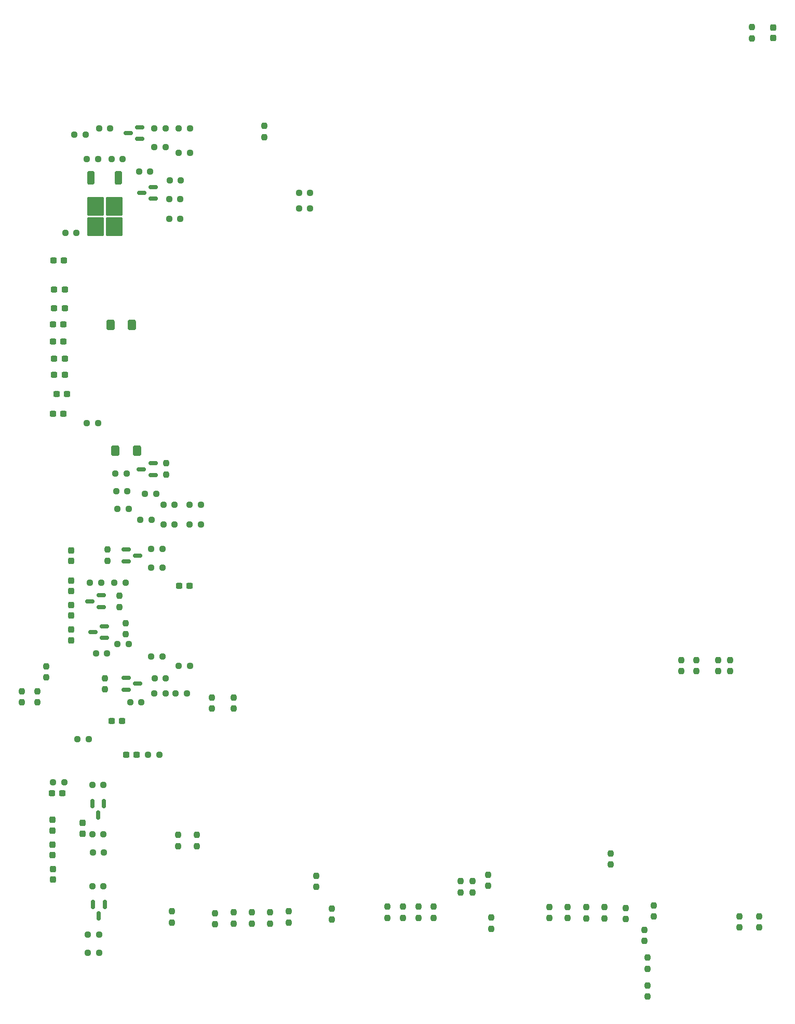
<source format=gbr>
%TF.GenerationSoftware,KiCad,Pcbnew,7.0.1*%
%TF.CreationDate,2023-08-28T22:07:01-05:00*%
%TF.ProjectId,Control v1,436f6e74-726f-46c2-9076-312e6b696361,0.1*%
%TF.SameCoordinates,Original*%
%TF.FileFunction,Paste,Top*%
%TF.FilePolarity,Positive*%
%FSLAX46Y46*%
G04 Gerber Fmt 4.6, Leading zero omitted, Abs format (unit mm)*
G04 Created by KiCad (PCBNEW 7.0.1) date 2023-08-28 22:07:01*
%MOMM*%
%LPD*%
G01*
G04 APERTURE LIST*
G04 Aperture macros list*
%AMRoundRect*
0 Rectangle with rounded corners*
0 $1 Rounding radius*
0 $2 $3 $4 $5 $6 $7 $8 $9 X,Y pos of 4 corners*
0 Add a 4 corners polygon primitive as box body*
4,1,4,$2,$3,$4,$5,$6,$7,$8,$9,$2,$3,0*
0 Add four circle primitives for the rounded corners*
1,1,$1+$1,$2,$3*
1,1,$1+$1,$4,$5*
1,1,$1+$1,$6,$7*
1,1,$1+$1,$8,$9*
0 Add four rect primitives between the rounded corners*
20,1,$1+$1,$2,$3,$4,$5,0*
20,1,$1+$1,$4,$5,$6,$7,0*
20,1,$1+$1,$6,$7,$8,$9,0*
20,1,$1+$1,$8,$9,$2,$3,0*%
G04 Aperture macros list end*
%ADD10RoundRect,0.237500X-0.237500X0.250000X-0.237500X-0.250000X0.237500X-0.250000X0.237500X0.250000X0*%
%ADD11RoundRect,0.237500X0.237500X-0.250000X0.237500X0.250000X-0.237500X0.250000X-0.237500X-0.250000X0*%
%ADD12RoundRect,0.237500X0.300000X0.237500X-0.300000X0.237500X-0.300000X-0.237500X0.300000X-0.237500X0*%
%ADD13RoundRect,0.237500X-0.250000X-0.237500X0.250000X-0.237500X0.250000X0.237500X-0.250000X0.237500X0*%
%ADD14RoundRect,0.237500X0.250000X0.237500X-0.250000X0.237500X-0.250000X-0.237500X0.250000X-0.237500X0*%
%ADD15RoundRect,0.150000X0.587500X0.150000X-0.587500X0.150000X-0.587500X-0.150000X0.587500X-0.150000X0*%
%ADD16RoundRect,0.237500X-0.300000X-0.237500X0.300000X-0.237500X0.300000X0.237500X-0.300000X0.237500X0*%
%ADD17RoundRect,0.237500X0.237500X-0.300000X0.237500X0.300000X-0.237500X0.300000X-0.237500X-0.300000X0*%
%ADD18RoundRect,0.237500X-0.237500X0.300000X-0.237500X-0.300000X0.237500X-0.300000X0.237500X0.300000X0*%
%ADD19RoundRect,0.250000X-0.400000X-0.600000X0.400000X-0.600000X0.400000X0.600000X-0.400000X0.600000X0*%
%ADD20RoundRect,0.150000X-0.587500X-0.150000X0.587500X-0.150000X0.587500X0.150000X-0.587500X0.150000X0*%
%ADD21RoundRect,0.250000X-0.350000X0.850000X-0.350000X-0.850000X0.350000X-0.850000X0.350000X0.850000X0*%
%ADD22RoundRect,0.250000X-1.125000X1.275000X-1.125000X-1.275000X1.125000X-1.275000X1.125000X1.275000X0*%
%ADD23RoundRect,0.150000X-0.150000X0.587500X-0.150000X-0.587500X0.150000X-0.587500X0.150000X0.587500X0*%
G04 APERTURE END LIST*
D10*
%TO.C,R29*%
X89470000Y-188298020D03*
X89470000Y-190123020D03*
%TD*%
D11*
%TO.C,R78*%
X89000000Y-155000000D03*
X89000000Y-153175000D03*
%TD*%
D12*
%TO.C,C3*%
X65000000Y-86750000D03*
X63275000Y-86750000D03*
%TD*%
D13*
%TO.C,R71*%
X68787500Y-194812500D03*
X70612500Y-194812500D03*
%TD*%
D11*
%TO.C,R65*%
X73937500Y-138462500D03*
X73937500Y-136637500D03*
%TD*%
D14*
%TO.C,R35*%
X75412500Y-122500000D03*
X73587500Y-122500000D03*
%TD*%
%TO.C,R48*%
X72412500Y-60500000D03*
X70587500Y-60500000D03*
%TD*%
D15*
%TO.C,Q7*%
X71467500Y-143500000D03*
X71467500Y-141600000D03*
X69592500Y-142550000D03*
%TD*%
D10*
%TO.C,R22*%
X144000000Y-187287500D03*
X144000000Y-189112500D03*
%TD*%
D16*
%TO.C,C4*%
X63137500Y-82000000D03*
X64862500Y-82000000D03*
%TD*%
D11*
%TO.C,R83*%
X101500000Y-189862500D03*
X101500000Y-188037500D03*
%TD*%
%TO.C,R64*%
X74900000Y-142910000D03*
X74900000Y-141085000D03*
%TD*%
%TO.C,R82*%
X161000000Y-188862500D03*
X161000000Y-187037500D03*
%TD*%
D10*
%TO.C,R24*%
X120140000Y-187262500D03*
X120140000Y-189087500D03*
%TD*%
%TO.C,R87*%
X82500000Y-188037500D03*
X82500000Y-189862500D03*
%TD*%
D14*
%TO.C,R50*%
X80912500Y-146500000D03*
X79087500Y-146500000D03*
%TD*%
D13*
%TO.C,R44*%
X72612500Y-65500000D03*
X74437500Y-65500000D03*
%TD*%
D10*
%TO.C,R26*%
X98500000Y-188210520D03*
X98500000Y-190035520D03*
%TD*%
D14*
%TO.C,R57*%
X75412500Y-144500000D03*
X73587500Y-144500000D03*
%TD*%
D10*
%TO.C,R73*%
X60510000Y-152175000D03*
X60510000Y-154000000D03*
%TD*%
%TO.C,R1*%
X106000000Y-182237500D03*
X106000000Y-184062500D03*
%TD*%
D13*
%TO.C,R72*%
X69587500Y-178456250D03*
X71412500Y-178456250D03*
%TD*%
D10*
%TO.C,R7*%
X134000000Y-182037500D03*
X134000000Y-183862500D03*
%TD*%
%TO.C,R86*%
X108500000Y-187537500D03*
X108500000Y-189362500D03*
%TD*%
%TO.C,R16*%
X168000000Y-147087500D03*
X168000000Y-148912500D03*
%TD*%
D14*
%TO.C,R42*%
X82912500Y-125000000D03*
X81087500Y-125000000D03*
%TD*%
D15*
%TO.C,Q8*%
X70937500Y-138450000D03*
X70937500Y-136550000D03*
X69062500Y-137500000D03*
%TD*%
D13*
%TO.C,R43*%
X85337500Y-125000000D03*
X87162500Y-125000000D03*
%TD*%
%TO.C,R52*%
X70087500Y-146000000D03*
X71912500Y-146000000D03*
%TD*%
D10*
%TO.C,R3*%
X129500000Y-183087500D03*
X129500000Y-184912500D03*
%TD*%
D13*
%TO.C,R10*%
X82000000Y-75250000D03*
X83825000Y-75250000D03*
%TD*%
D17*
%TO.C,C19*%
X67868750Y-175362500D03*
X67868750Y-173637500D03*
%TD*%
D14*
%TO.C,R66*%
X80412500Y-162500000D03*
X78587500Y-162500000D03*
%TD*%
D18*
%TO.C,C12*%
X66000000Y-142137500D03*
X66000000Y-143862500D03*
%TD*%
D12*
%TO.C,C10*%
X65000000Y-100600000D03*
X63275000Y-100600000D03*
%TD*%
D19*
%TO.C,D2*%
X72440000Y-92500000D03*
X75940000Y-92500000D03*
%TD*%
D14*
%TO.C,R63*%
X84912500Y-152500000D03*
X83087500Y-152500000D03*
%TD*%
D10*
%TO.C,R74*%
X58000000Y-152175000D03*
X58000000Y-154000000D03*
%TD*%
D20*
%TO.C,Q6*%
X75000000Y-150000000D03*
X75000000Y-151900000D03*
X76875000Y-150950000D03*
%TD*%
D10*
%TO.C,R28*%
X92500000Y-188210520D03*
X92500000Y-190035520D03*
%TD*%
D13*
%TO.C,R70*%
X69500000Y-175456250D03*
X71325000Y-175456250D03*
%TD*%
D21*
%TO.C,Q2*%
X73780000Y-68525000D03*
D22*
X73025000Y-73150000D03*
X69975000Y-73150000D03*
X73025000Y-76500000D03*
X69975000Y-76500000D03*
D21*
X69220000Y-68525000D03*
%TD*%
D13*
%TO.C,R88*%
X66587500Y-61500000D03*
X68412500Y-61500000D03*
%TD*%
D15*
%TO.C,Q4*%
X77187500Y-62200000D03*
X77187500Y-60300000D03*
X75312500Y-61250000D03*
%TD*%
D13*
%TO.C,R12*%
X78087500Y-120000000D03*
X79912500Y-120000000D03*
%TD*%
%TO.C,R33*%
X68587500Y-108500000D03*
X70412500Y-108500000D03*
%TD*%
D12*
%TO.C,C5*%
X65000000Y-89800000D03*
X63275000Y-89800000D03*
%TD*%
D17*
%TO.C,C13*%
X66000000Y-139862500D03*
X66000000Y-138137500D03*
%TD*%
D18*
%TO.C,C22*%
X180500000Y-44050000D03*
X180500000Y-45775000D03*
%TD*%
D11*
%TO.C,R79*%
X175000000Y-190662500D03*
X175000000Y-188837500D03*
%TD*%
D14*
%TO.C,R59*%
X85412500Y-148000000D03*
X83587500Y-148000000D03*
%TD*%
D11*
%TO.C,R13*%
X165500000Y-148912500D03*
X165500000Y-147087500D03*
%TD*%
D15*
%TO.C,Q1*%
X79375000Y-116950000D03*
X79375000Y-115050000D03*
X77500000Y-116000000D03*
%TD*%
D10*
%TO.C,R5*%
X83500000Y-175587500D03*
X83500000Y-177412500D03*
%TD*%
D11*
%TO.C,R77*%
X92500000Y-155000000D03*
X92500000Y-153175000D03*
%TD*%
D13*
%TO.C,R90*%
X65087500Y-77500000D03*
X66912500Y-77500000D03*
%TD*%
D14*
%TO.C,R60*%
X81412500Y-152500000D03*
X79587500Y-152500000D03*
%TD*%
D10*
%TO.C,R32*%
X177000000Y-44000000D03*
X177000000Y-45825000D03*
%TD*%
D13*
%TO.C,R69*%
X68787500Y-191812500D03*
X70612500Y-191812500D03*
%TD*%
D10*
%TO.C,R6*%
X86500000Y-175587500D03*
X86500000Y-177412500D03*
%TD*%
%TO.C,R17*%
X154000000Y-178587500D03*
X154000000Y-180412500D03*
%TD*%
D14*
%TO.C,R58*%
X70912500Y-134500000D03*
X69087500Y-134500000D03*
%TD*%
D19*
%TO.C,D1*%
X73250000Y-113000000D03*
X76750000Y-113000000D03*
%TD*%
D10*
%TO.C,R25*%
X117630000Y-187262500D03*
X117630000Y-189087500D03*
%TD*%
%TO.C,R21*%
X125160000Y-187262500D03*
X125160000Y-189087500D03*
%TD*%
D12*
%TO.C,C18*%
X76725000Y-162500000D03*
X75000000Y-162500000D03*
%TD*%
%TO.C,C2*%
X64612500Y-168750000D03*
X62887500Y-168750000D03*
%TD*%
D17*
%TO.C,C14*%
X66000000Y-135862500D03*
X66000000Y-134137500D03*
%TD*%
D14*
%TO.C,R41*%
X82912500Y-121750000D03*
X81087500Y-121750000D03*
%TD*%
D17*
%TO.C,C20*%
X63000000Y-178862500D03*
X63000000Y-177137500D03*
%TD*%
D10*
%TO.C,R2*%
X159500000Y-191037500D03*
X159500000Y-192862500D03*
%TD*%
%TO.C,R15*%
X173500000Y-147087500D03*
X173500000Y-148912500D03*
%TD*%
D23*
%TO.C,Q10*%
X71412500Y-170456250D03*
X69512500Y-170456250D03*
X70462500Y-172331250D03*
%TD*%
D10*
%TO.C,R19*%
X150000000Y-187337500D03*
X150000000Y-189162500D03*
%TD*%
D11*
%TO.C,R38*%
X81562500Y-116862500D03*
X81562500Y-115037500D03*
%TD*%
D10*
%TO.C,R20*%
X147000000Y-187287500D03*
X147000000Y-189112500D03*
%TD*%
D13*
%TO.C,R8*%
X63087500Y-167000000D03*
X64912500Y-167000000D03*
%TD*%
D10*
%TO.C,R31*%
X160000000Y-195537500D03*
X160000000Y-197362500D03*
%TD*%
D14*
%TO.C,R55*%
X80912500Y-132000000D03*
X79087500Y-132000000D03*
%TD*%
%TO.C,R56*%
X81480000Y-150040000D03*
X79655000Y-150040000D03*
%TD*%
D13*
%TO.C,R81*%
X83587500Y-60500000D03*
X85412500Y-60500000D03*
%TD*%
D10*
%TO.C,R61*%
X72000000Y-129087500D03*
X72000000Y-130912500D03*
%TD*%
%TO.C,R30*%
X131500000Y-183087500D03*
X131500000Y-184912500D03*
%TD*%
D13*
%TO.C,R53*%
X73087500Y-134500000D03*
X74912500Y-134500000D03*
%TD*%
D14*
%TO.C,R34*%
X75187500Y-119550000D03*
X73362500Y-119550000D03*
%TD*%
%TO.C,R9*%
X81412500Y-63500000D03*
X79587500Y-63500000D03*
%TD*%
%TO.C,R89*%
X85412500Y-64500000D03*
X83587500Y-64500000D03*
%TD*%
%TO.C,R54*%
X80912500Y-129000000D03*
X79087500Y-129000000D03*
%TD*%
D12*
%TO.C,C7*%
X64800000Y-95200000D03*
X63075000Y-95200000D03*
%TD*%
D10*
%TO.C,R49*%
X62000000Y-148087500D03*
X62000000Y-149912500D03*
%TD*%
D18*
%TO.C,C1*%
X63100000Y-181137500D03*
X63100000Y-182862500D03*
%TD*%
D10*
%TO.C,R62*%
X71567500Y-150040000D03*
X71567500Y-151865000D03*
%TD*%
D12*
%TO.C,C8*%
X64800000Y-107000000D03*
X63075000Y-107000000D03*
%TD*%
D14*
%TO.C,R67*%
X71325000Y-183912500D03*
X69500000Y-183912500D03*
%TD*%
D18*
%TO.C,C15*%
X66000000Y-129237500D03*
X66000000Y-130962500D03*
%TD*%
D13*
%TO.C,R37*%
X77337500Y-124250000D03*
X79162500Y-124250000D03*
%TD*%
D11*
%TO.C,R14*%
X171500000Y-148912500D03*
X171500000Y-147087500D03*
%TD*%
D10*
%TO.C,R27*%
X95500000Y-188210520D03*
X95500000Y-190035520D03*
%TD*%
D13*
%TO.C,R39*%
X68612500Y-65500000D03*
X70437500Y-65500000D03*
%TD*%
D14*
%TO.C,R51*%
X77480000Y-153952500D03*
X75655000Y-153952500D03*
%TD*%
D10*
%TO.C,R76*%
X97500000Y-60087500D03*
X97500000Y-61912500D03*
%TD*%
D12*
%TO.C,C9*%
X65362500Y-103750000D03*
X63637500Y-103750000D03*
%TD*%
D13*
%TO.C,R91*%
X103175000Y-70990000D03*
X105000000Y-70990000D03*
%TD*%
D20*
%TO.C,Q5*%
X75000000Y-129100000D03*
X75000000Y-131000000D03*
X76875000Y-130050000D03*
%TD*%
D13*
%TO.C,R92*%
X103175000Y-73500000D03*
X105000000Y-73500000D03*
%TD*%
%TO.C,R36*%
X73250000Y-116750000D03*
X75075000Y-116750000D03*
%TD*%
D18*
%TO.C,C21*%
X63000000Y-173137500D03*
X63000000Y-174862500D03*
%TD*%
D14*
%TO.C,R46*%
X83912500Y-69000000D03*
X82087500Y-69000000D03*
%TD*%
D13*
%TO.C,R11*%
X85337500Y-121750000D03*
X87162500Y-121750000D03*
%TD*%
%TO.C,R40*%
X77087500Y-67500000D03*
X78912500Y-67500000D03*
%TD*%
D10*
%TO.C,R18*%
X153000000Y-187337500D03*
X153000000Y-189162500D03*
%TD*%
D11*
%TO.C,R80*%
X178250000Y-190662500D03*
X178250000Y-188837500D03*
%TD*%
D10*
%TO.C,R4*%
X156500000Y-187450000D03*
X156500000Y-189275000D03*
%TD*%
D16*
%TO.C,C17*%
X83637500Y-135000000D03*
X85362500Y-135000000D03*
%TD*%
D10*
%TO.C,R23*%
X122650000Y-187262500D03*
X122650000Y-189087500D03*
%TD*%
%TO.C,R85*%
X134500000Y-189037500D03*
X134500000Y-190862500D03*
%TD*%
D16*
%TO.C,C16*%
X72637500Y-157000000D03*
X74362500Y-157000000D03*
%TD*%
D13*
%TO.C,R45*%
X82000000Y-72000000D03*
X83825000Y-72000000D03*
%TD*%
D14*
%TO.C,R47*%
X81412500Y-60500000D03*
X79587500Y-60500000D03*
%TD*%
%TO.C,R68*%
X71325000Y-167456250D03*
X69500000Y-167456250D03*
%TD*%
D15*
%TO.C,Q3*%
X79437500Y-71950000D03*
X79437500Y-70050000D03*
X77562500Y-71000000D03*
%TD*%
D12*
%TO.C,C11*%
X65000000Y-98000000D03*
X63275000Y-98000000D03*
%TD*%
D10*
%TO.C,R84*%
X160000000Y-200087500D03*
X160000000Y-201912500D03*
%TD*%
D13*
%TO.C,R75*%
X67087500Y-160000000D03*
X68912500Y-160000000D03*
%TD*%
D23*
%TO.C,Q9*%
X71500000Y-186912500D03*
X69600000Y-186912500D03*
X70550000Y-188787500D03*
%TD*%
D12*
%TO.C,C6*%
X64800000Y-92400000D03*
X63075000Y-92400000D03*
%TD*%
M02*

</source>
